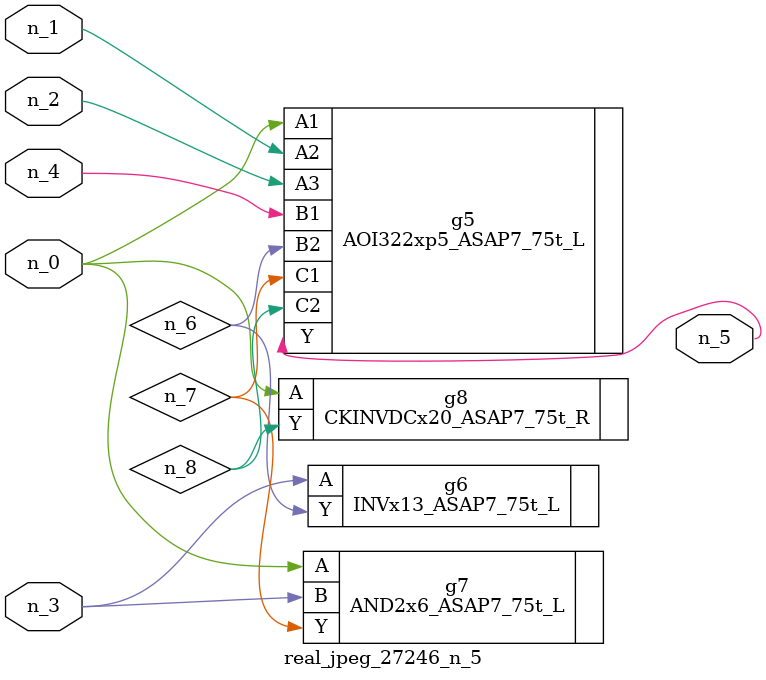
<source format=v>
module real_jpeg_27246_n_5 (n_4, n_0, n_1, n_2, n_3, n_5);

input n_4;
input n_0;
input n_1;
input n_2;
input n_3;

output n_5;

wire n_8;
wire n_6;
wire n_7;

AOI322xp5_ASAP7_75t_L g5 ( 
.A1(n_0),
.A2(n_1),
.A3(n_2),
.B1(n_4),
.B2(n_6),
.C1(n_7),
.C2(n_8),
.Y(n_5)
);

AND2x6_ASAP7_75t_L g7 ( 
.A(n_0),
.B(n_3),
.Y(n_7)
);

CKINVDCx20_ASAP7_75t_R g8 ( 
.A(n_0),
.Y(n_8)
);

INVx13_ASAP7_75t_L g6 ( 
.A(n_3),
.Y(n_6)
);


endmodule
</source>
